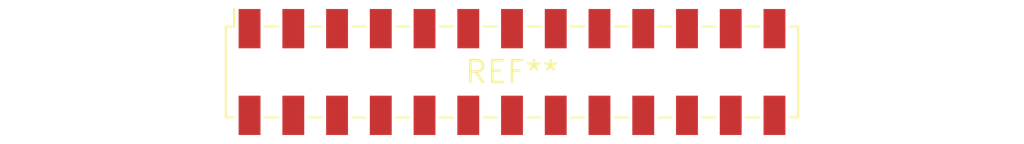
<source format=kicad_pcb>
(kicad_pcb (version 20240108) (generator pcbnew)
  (layers (0 "F.Cu" signal) (31 "B.Cu" signal) (34 "B.Paste" user) (35 "F.Paste" user) (36 "B.SilkS" user "B.Silkscreen") (37 "F.SilkS" user "F.Silkscreen") (38 "B.Mask" user) (39 "F.Mask" user) (44 "Edge.Cuts" user))
  (net 0 "")
  (footprint "Samtec_HLE-113-02-xxx-DV-LC_2x13_P2.54mm_Horizontal" (layer "F.Cu") (at 0 0)
    (property "Reference" "REF**")
    (property "Value" "Samtec_HLE-113-02-xxx-DV-LC_2x13_P2.54mm_Horizontal")
    (fp_line (start -16.62 -2.65) (end -16.62 2.65) (layer "F.SilkS") (stroke (width 0.12)))
    (fp_line (start -16.62 2.65) (end -16.135 2.65) (layer "F.SilkS") (stroke (width 0.12)))
    (fp_line (start -16.135 -3.67) (end -16.135 -2.65) (layer "F.SilkS") (stroke (width 0.12)))
    (fp_line (start -16.135 -2.65) (end -16.62 -2.65) (layer "F.SilkS") (stroke (width 0.12)))
    (fp_line (start -14.345 -2.65) (end -13.595 -2.65) (layer "F.SilkS") (stroke (width 0.12)))
    (fp_line (start -14.345 2.65) (end -13.595 2.65) (layer "F.SilkS") (stroke (width 0.12)))
    (fp_line (start -11.805 -2.65) (end -11.055 -2.65) (layer "F.SilkS") (stroke (width 0.12)))
    (fp_line (start -11.805 2.65) (end -11.055 2.65) (layer "F.SilkS") (stroke (width 0.12)))
    (fp_line (start -9.265 -2.65) (end -8.515 -2.65) (layer "F.SilkS") (stroke (width 0.12)))
    (fp_line (start -9.265 2.65) (end -8.515 2.65) (layer "F.SilkS") (stroke (width 0.12)))
    (fp_line (start -6.725 -2.65) (end -5.975 -2.65) (layer "F.SilkS") (stroke (width 0.12)))
    (fp_line (start -6.725 2.65) (end -5.975 2.65) (layer "F.SilkS") (stroke (width 0.12)))
    (fp_line (start -4.185 -2.65) (end -3.435 -2.65) (layer "F.SilkS") (stroke (width 0.12)))
    (fp_line (start -4.185 2.65) (end -3.435 2.65) (layer "F.SilkS") (stroke (width 0.12)))
    (fp_line (start -1.645 -2.65) (end -0.895 -2.65) (layer "F.SilkS") (stroke (width 0.12)))
    (fp_line (start -1.645 2.65) (end -0.895 2.65) (layer "F.SilkS") (stroke (width 0.12)))
    (fp_line (start 0.895 -2.65) (end 1.645 -2.65) (layer "F.SilkS") (stroke (width 0.12)))
    (fp_line (start 0.895 2.65) (end 1.645 2.65) (layer "F.SilkS") (stroke (width 0.12)))
    (fp_line (start 3.435 -2.65) (end 4.185 -2.65) (layer "F.SilkS") (stroke (width 0.12)))
    (fp_line (start 3.435 2.65) (end 4.185 2.65) (layer "F.SilkS") (stroke (width 0.12)))
    (fp_line (start 5.975 -2.65) (end 6.725 -2.65) (layer "F.SilkS") (stroke (width 0.12)))
    (fp_line (start 5.975 2.65) (end 6.725 2.65) (layer "F.SilkS") (stroke (width 0.12)))
    (fp_line (start 8.515 -2.65) (end 9.265 -2.65) (layer "F.SilkS") (stroke (width 0.12)))
    (fp_line (start 8.515 2.65) (end 9.265 2.65) (layer "F.SilkS") (stroke (width 0.12)))
    (fp_line (start 11.055 -2.65) (end 11.805 -2.65) (layer "F.SilkS") (stroke (width 0.12)))
    (fp_line (start 11.055 2.65) (end 11.805 2.65) (layer "F.SilkS") (stroke (width 0.12)))
    (fp_line (start 13.595 -2.65) (end 14.345 -2.65) (layer "F.SilkS") (stroke (width 0.12)))
    (fp_line (start 13.595 2.65) (end 14.345 2.65) (layer "F.SilkS") (stroke (width 0.12)))
    (fp_line (start 16.135 -2.65) (end 16.62 -2.65) (layer "F.SilkS") (stroke (width 0.12)))
    (fp_line (start 16.62 -2.65) (end 16.62 2.65) (layer "F.SilkS") (stroke (width 0.12)))
    (fp_line (start 16.62 2.65) (end 16.135 2.65) (layer "F.SilkS") (stroke (width 0.12)))
    (pad "" np_thru_hole circle (at -13.97 0) (size 1.19 1.19) (drill 1.19) (layers *.Cu *.Mask))
    (pad "" np_thru_hole circle (at 13.97 0) (size 1.19 1.19) (drill 1.19) (layers *.Cu *.Mask))
    (pad "1" smd rect (at -15.24 -2.525) (size 1.27 2.29) (layers "F.Cu" "F.Paste" "F.Mask"))
    (pad "2" smd rect (at -15.24 2.525) (size 1.27 2.29) (layers "F.Cu" "F.Paste" "F.Mask"))
    (pad "3" smd rect (at -12.7 -2.525) (size 1.27 2.29) (layers "F.Cu" "F.Paste" "F.Mask"))
    (pad "4" smd rect (at -12.7 2.525) (size 1.27 2.29) (layers "F.Cu" "F.Paste" "F.Mask"))
    (pad "5" smd rect (at -10.16 -2.525) (size 1.27 2.29) (layers "F.Cu" "F.Paste" "F.Mask"))
    (pad "6" smd rect (at -10.16 2.525) (size 1.27 2.29) (layers "F.Cu" "F.Paste" "F.Mask"))
    (pad "7" smd rect (at -7.62 -2.525) (size 1.27 2.29) (layers "F.Cu" "F.Paste" "F.Mask"))
    (pad "8" smd rect (at -7.62 2.525) (size 1.27 2.29) (layers "F.Cu" "F.Paste" "F.Mask"))
    (pad "9" smd rect (at -5.08 -2.525) (size 1.27 2.29) (layers "F.Cu" "F.Paste" "F.Mask"))
    (pad "10" smd rect (at -5.08 2.525) (size 1.27 2.29) (layers "F.Cu" "F.Paste" "F.Mask"))
    (pad "11" smd rect (at -2.54 -2.525) (size 1.27 2.29) (layers "F.Cu" "F.Paste" "F.Mask"))
    (pad "12" smd rect (at -2.54 2.525) (size 1.27 2.29) (layers "F.Cu" "F.Paste" "F.Mask"))
    (pad "13" smd rect (at 0 -2.525) (size 1.27 2.29) (layers "F.Cu" "F.Paste" "F.Mask"))
    (pad "14" smd rect (at 0 2.525) (size 1.27 2.29) (layers "F.Cu" "F.Paste" "F.Mask"))
    (pad "15" smd rect (at 2.54 -2.525) (size 1.27 2.29) (layers "F.Cu" "F.Paste" "F.Mask"))
    (pad "16" smd rect (at 2.54 2.525) (size 1.27 2.29) (layers "F.Cu" "F.Paste" "F.Mask"))
    (pad "17" smd rect (at 5.08 -2.525) (size 1.27 2.29) (layers "F.Cu" "F.Paste" "F.Mask"))
    (pad "18" smd rect (at 5.08 2.525) (size 1.27 2.29) (layers "F.Cu" "F.Paste" "F.Mask"))
    (pad "19" smd rect (at 7.62 -2.525) (size 1.27 2.29) (layers "F.Cu" "F.Paste" "F.Mask"))
    (pad "20" smd rect (at 7.62 2.525) (size 1.27 2.29) (layers "F.Cu" "F.Paste" "F.Mask"))
    (pad "21" smd rect (at 10.16 -2.525) (size 1.27 2.29) (layers "F.Cu" "F.Paste" "F.Mask"))
    (pad "22" smd rect (at 10.16 2.525) (size 1.27 2.29) (layers "F.Cu" "F.Paste" "F.Mask"))
    (pad "23" smd rect (at 12.7 -2.525) (size 1.27 2.29) (layers "F.Cu" "F.Paste" "F.Mask"))
    (pad "24" smd rect (at 12.7 2.525) (size 1.27 2.29) (layers "F.Cu" "F.Paste" "F.Mask"))
    (pad "25" smd rect (at 15.24 -2.525) (size 1.27 2.29) (layers "F.Cu" "F.Paste" "F.Mask"))
    (pad "26" smd rect (at 15.24 2.525) (size 1.27 2.29) (layers "F.Cu" "F.Paste" "F.Mask"))
  )
)
</source>
